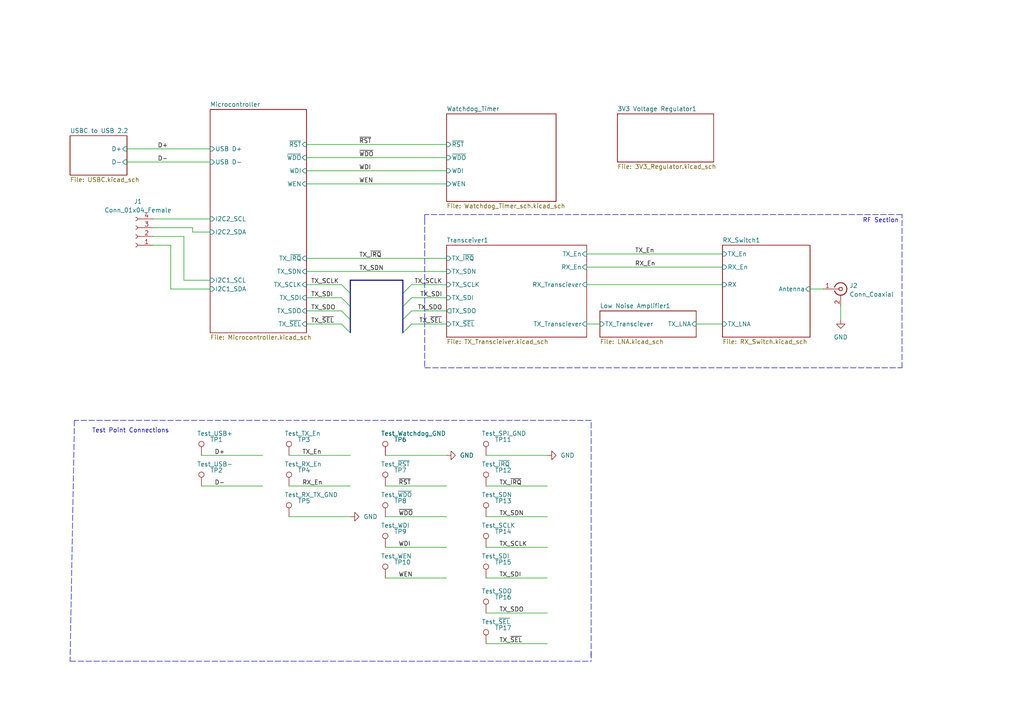
<source format=kicad_sch>
(kicad_sch (version 20211123) (generator eeschema)
  (paper "A4")
  (lib_symbols
    (symbol "Connector:Conn_01x04_Female" (pin_names (offset 1.016) hide)
      (property "Reference" "J" (at 0 5.08 0))
      (property "Value" "Conn_01x04_Female" (at 0 -7.62 0))
      (symbol "Conn_01x04_Female_1_1"
        (arc (start 0 -4.572) (mid -0.508 -5.08) (end 0 -5.588) (stroke (width 0.1524)))
        (arc (start 0 -2.032) (mid -0.508 -2.54) (end 0 -3.048) (stroke (width 0.1524)))
        (polyline (pts (xy -1.27 -5.08) (xy -0.508 -5.08)) (stroke (width 0.1524)))
        (polyline (pts (xy -1.27 -2.54) (xy -0.508 -2.54)) (stroke (width 0.1524)))
        (polyline (pts (xy -1.27 0) (xy -0.508 0)) (stroke (width 0.1524)))
        (polyline (pts (xy -1.27 2.54) (xy -0.508 2.54)) (stroke (width 0.1524)))
        (arc (start 0 0.508) (mid -0.508 0) (end 0 -0.508) (stroke (width 0.1524)))
        (arc (start 0 3.048) (mid -0.508 2.54) (end 0 2.032) (stroke (width 0.1524)))
        (pin passive line (at -5.08 2.54 0) (length 3.81) (name "Pin_1") (number "1"))
        (pin passive line (at -5.08 0 0) (length 3.81) (name "Pin_2") (number "2"))
        (pin passive line (at -5.08 -2.54 0) (length 3.81) (name "Pin_3") (number "3"))
        (pin passive line (at -5.08 -5.08 0) (length 3.81) (name "Pin_4") (number "4"))
      )
    )
    (symbol "Connector:Conn_Coaxial" (pin_names (offset 1.016) hide)
      (property "Reference" "J" (at 0.254 3.048 0))
      (property "Value" "Conn_Coaxial" (at 2.921 0 90))
      (symbol "Conn_Coaxial_0_1"
        (arc (start -1.778 -0.508) (mid 0.222 -1.808) (end 1.778 0) (stroke (width 0.254)))
        (polyline (pts (xy -2.54 0) (xy -0.508 0)))
        (polyline (pts (xy 0 -2.54) (xy 0 -1.778)))
        (circle (center 0 0) (radius 0.508) (stroke (width 0.2032)))
        (arc (start 1.778 0) (mid 0.222 1.8083) (end -1.778 0.508) (stroke (width 0.254)))
      )
      (symbol "Conn_Coaxial_1_1"
        (pin passive line (at -5.08 0 0) (length 2.54) (name "In") (number "1"))
        (pin passive line (at 0 -5.08 90) (length 2.54) (name "Ext") (number "2"))
      )
    )
    (symbol "Connector:TestPoint" (pin_numbers hide) (pin_names (offset 0.762) hide)
      (property "Reference" "TP" (at 0 6.858 0))
      (property "Value" "TestPoint" (at 0 5.08 0))
      (symbol "TestPoint_0_1"
        (circle (center 0 3.302) (radius 0.762))
      )
      (symbol "TestPoint_1_1"
        (pin passive line (at 0 0 90) (length 2.54) (name "1") (number "1"))
      )
    )
    (symbol "power:GND" (power) (pin_names (offset 0))
      (property "Value" "GND" (at 0 -3.81 0))
      (symbol "GND_0_1"
        (polyline (pts (xy 0 0) (xy 0 -1.27) (xy 1.27 -1.27) (xy 0 -2.54) (xy -1.27 -1.27) (xy 0 -1.27)))
      )
      (symbol "GND_1_1"
        (pin power_in line (at 0 0 270) (length 0) hide (name "GND") (number "1"))
      )
    )
  )
  (bus_entry (at 119.38 93.98) (size -2.54 2.54))
  (bus_entry (at 119.38 90.17) (size -2.54 2.54))
  (bus_entry (at 99.06 90.17) (size 2.54 2.54))
  (bus_entry (at 119.38 86.36) (size -2.54 2.54))
  (bus_entry (at 99.06 86.36) (size 2.54 2.54))
  (bus_entry (at 99.06 93.98) (size 2.54 2.54))
  (bus_entry (at 119.38 82.55) (size -2.54 2.54))
  (bus_entry (at 99.06 82.55) (size 2.54 2.54))
  (bus (pts (xy 116.84 92.71) (xy 116.84 88.9)))
  (wire (pts (xy 129.54 86.36) (xy 119.38 86.36)))
  (wire (pts (xy 140.97 158.75) (xy 158.75 158.75)))
  (wire (pts (xy 55.88 67.31) (xy 55.88 66.04)))
  (polyline (pts (xy 20.32 191.77) (xy 171.45 191.77)))
  (wire (pts (xy 58.42 140.97) (xy 76.2 140.97)))
  (wire (pts (xy 88.9 45.72) (xy 129.54 45.72)))
  (wire (pts (xy 49.53 83.82) (xy 49.53 71.12)))
  (bus (pts (xy 101.6 85.09) (xy 101.6 81.28)))
  (wire (pts (xy 88.9 82.55) (xy 99.06 82.55)))
  (wire (pts (xy 60.96 67.31) (xy 55.88 67.31)))
  (wire (pts (xy 111.76 158.75) (xy 129.54 158.75)))
  (wire (pts (xy 88.9 86.36) (xy 99.06 86.36)))
  (wire (pts (xy 53.34 81.28) (xy 53.34 68.58)))
  (polyline (pts (xy 261.62 106.68) (xy 261.62 62.23)))
  (polyline (pts (xy 123.19 62.23) (xy 123.19 64.77)))
  (bus (pts (xy 101.6 88.9) (xy 101.6 85.09)))
  (wire (pts (xy 60.96 83.82) (xy 49.53 83.82)))
  (wire (pts (xy 140.97 149.86) (xy 158.75 149.86)))
  (wire (pts (xy 170.18 93.98) (xy 173.99 93.98)))
  (polyline (pts (xy 171.45 190.5) (xy 171.45 121.92)))
  (wire (pts (xy 111.76 167.64) (xy 129.54 167.64)))
  (wire (pts (xy 140.97 132.08) (xy 158.75 132.08)))
  (wire (pts (xy 88.9 53.34) (xy 129.54 53.34)))
  (bus (pts (xy 101.6 96.52) (xy 101.6 92.71)))
  (wire (pts (xy 88.9 41.91) (xy 129.54 41.91)))
  (bus (pts (xy 116.84 96.52) (xy 116.84 92.71)))
  (wire (pts (xy 83.82 140.97) (xy 101.6 140.97)))
  (wire (pts (xy 111.76 140.97) (xy 129.54 140.97)))
  (wire (pts (xy 243.84 88.9) (xy 243.84 92.71)))
  (wire (pts (xy 53.34 68.58) (xy 44.45 68.58)))
  (wire (pts (xy 129.54 93.98) (xy 119.38 93.98)))
  (wire (pts (xy 140.97 177.8) (xy 158.75 177.8)))
  (wire (pts (xy 201.93 93.98) (xy 209.55 93.98)))
  (wire (pts (xy 234.95 83.82) (xy 238.76 83.82)))
  (bus (pts (xy 116.84 85.09) (xy 116.84 81.28)))
  (wire (pts (xy 88.9 78.74) (xy 129.54 78.74)))
  (wire (pts (xy 36.83 46.99) (xy 60.96 46.99)))
  (wire (pts (xy 58.42 132.08) (xy 76.2 132.08)))
  (wire (pts (xy 88.9 93.98) (xy 99.06 93.98)))
  (wire (pts (xy 140.97 167.64) (xy 158.75 167.64)))
  (wire (pts (xy 140.97 186.69) (xy 158.75 186.69)))
  (wire (pts (xy 88.9 49.53) (xy 129.54 49.53)))
  (wire (pts (xy 55.88 66.04) (xy 44.45 66.04)))
  (wire (pts (xy 49.53 71.12) (xy 44.45 71.12)))
  (wire (pts (xy 60.96 81.28) (xy 53.34 81.28)))
  (wire (pts (xy 44.45 63.5) (xy 60.96 63.5)))
  (wire (pts (xy 83.82 132.08) (xy 101.6 132.08)))
  (wire (pts (xy 129.54 90.17) (xy 119.38 90.17)))
  (wire (pts (xy 129.54 82.55) (xy 119.38 82.55)))
  (wire (pts (xy 111.76 132.08) (xy 129.54 132.08)))
  (polyline (pts (xy 123.19 106.68) (xy 261.62 106.68)))
  (wire (pts (xy 36.83 43.18) (xy 60.96 43.18)))
  (polyline (pts (xy 171.45 121.92) (xy 21.59 121.92)))
  (bus (pts (xy 101.6 81.28) (xy 116.84 81.28)))
  (wire (pts (xy 170.18 73.66) (xy 209.55 73.66)))
  (wire (pts (xy 88.9 90.17) (xy 99.06 90.17)))
  (polyline (pts (xy 261.62 62.23) (xy 123.19 62.23)))
  (wire (pts (xy 88.9 74.93) (xy 129.54 74.93)))
  (wire (pts (xy 140.97 140.97) (xy 158.75 140.97)))
  (bus (pts (xy 101.6 92.71) (xy 101.6 88.9)))
  (wire (pts (xy 83.82 149.86) (xy 101.6 149.86)))
  (polyline (pts (xy 123.19 63.5) (xy 123.19 106.68)))
  (wire (pts (xy 111.76 149.86) (xy 129.54 149.86)))
  (wire (pts (xy 170.18 82.55) (xy 209.55 82.55)))
  (polyline (pts (xy 171.45 189.23) (xy 171.45 191.77)))
  (polyline (pts (xy 21.59 121.92) (xy 20.32 191.77)))
  (wire (pts (xy 170.18 77.47) (xy 209.55 77.47)))
  (bus (pts (xy 116.84 88.9) (xy 116.84 85.09)))
  (text "Test Point Connections\n" (at 26.67 125.73 0) (effects (font (size 1.27 1.27)) (justify left bottom)))
  (text "RF Section\n" (at 250.19 64.77 0) (effects (font (size 1.27 1.27)) (justify left bottom)))
  (label "D-" (at 62.23 140.97 0))
  (label "WDI" (at 115.57 158.75 0))
  (label "D+" (at 62.23 132.08 0))
  (label "TX_En" (at 184.15 73.66 0))
  (label "TX_SDO" (at 90.17 90.17 0))
  (label "TX_SDN" (at 144.78 149.86 0))
  (label "~{WDO}" (at 115.57 149.86 0))
  (label "WEN" (at 104.14 53.34 0))
  (label "~{WDO}" (at 104.14 45.72 0))
  (label "WDI" (at 104.14 49.53 0))
  (label "TX_SCLK" (at 144.78 158.75 0))
  (label "TX_SDI" (at 128.27 86.36 180))
  (label "TX_~{IRQ}" (at 144.78 140.97 0))
  (label "TX_SDI" (at 144.78 167.64 0))
  (label "TX_SDO" (at 128.27 90.17 180))
  (label "~{RST}" (at 104.14 41.91 0))
  (label "TX_SDI" (at 90.17 86.36 0))
  (label "TX_SDN" (at 104.14 78.74 0))
  (label "RX_En" (at 184.15 77.47 0))
  (label "D+" (at 45.72 43.18 0))
  (label "D-" (at 45.72 46.99 0))
  (label "TX_~{SEL}" (at 128.27 93.98 180))
  (label "TX_~{IRQ}" (at 104.14 74.93 0))
  (label "TX_~{SEL}" (at 144.78 186.69 0))
  (label "TX_SCLK" (at 128.27 82.55 180))
  (label "TX_SCLK" (at 90.17 82.55 0))
  (label "RX_En" (at 87.63 140.97 0))
  (label "TX_En" (at 87.63 132.08 0))
  (label "~{RST}" (at 115.57 140.97 0))
  (label "TX_~{SEL}" (at 90.17 93.98 0))
  (label "WEN" (at 115.57 167.64 0))
  (label "TX_SDO" (at 144.78 177.8 0))
  (symbol (lib_id "power:GND") (at 243.84 92.71 0) (unit 1)
    (property "Reference" "#PWR0103" (effects hide))
    (property "Value" "GND" (at 243.84 97.79 0))
  )
  (symbol (lib_id "power:GND") (at 158.75 132.08 90) (unit 1)
    (property "Reference" "#PWR0101" (effects hide))
    (property "Value" "GND" (at 162.56 132.0799 90) (effects (justify right)))
  )
  (symbol (lib_id "Connector:TestPoint") (at 111.76 140.97 0) (unit 1)
    (property "Reference" "TP7" (at 114.3 136.3979 0) (effects (justify left)))
    (property "Value" "Test_~{RST}" (at 110.49 134.62 0) (effects (justify left)))
    (property "Footprint" "TestPoint:TestPoint_Pad_D2.5mm" (effects hide))
  )
  (symbol (lib_id "Connector:TestPoint") (at 83.82 132.08 0) (unit 1)
    (property "Reference" "TP3" (at 86.36 127.5079 0) (effects (justify left)))
    (property "Value" "Test_TX_En" (at 82.55 125.73 0) (effects (justify left)))
    (property "Footprint" "TestPoint:TestPoint_Pad_D2.5mm" (effects hide))
  )
  (symbol (lib_id "Connector:Conn_Coaxial") (at 243.84 83.82 0) (unit 1)
    (property "Reference" "J2" (at 246.38 82.8431 0) (effects (justify left)))
    (property "Value" "Conn_Coaxial" (at 246.38 85.3831 0) (effects (justify left)))
    (property "Footprint" "Connector_Coaxial:SMA_Amphenol_132134_Vertical" (effects hide))
    (property "Datasheet" " ~" (effects hide))
  )
  (symbol (lib_id "Connector:TestPoint") (at 83.82 149.86 0) (unit 1)
    (property "Reference" "TP5" (at 86.36 145.2879 0) (effects (justify left)))
    (property "Value" "Test_RX_TX_GND" (at 82.55 143.51 0) (effects (justify left)))
    (property "Footprint" "TestPoint:TestPoint_Pad_D2.5mm" (effects hide))
  )
  (symbol (lib_id "Connector:TestPoint") (at 111.76 158.75 0) (unit 1)
    (property "Reference" "TP9" (at 114.3 154.1779 0) (effects (justify left)))
    (property "Value" "Test_WDI" (at 110.49 152.4 0) (effects (justify left)))
    (property "Footprint" "TestPoint:TestPoint_Pad_D2.5mm" (effects hide))
  )
  (symbol (lib_id "Connector:TestPoint") (at 58.42 140.97 0) (unit 1)
    (property "Reference" "TP2" (at 60.96 136.3979 0) (effects (justify left)))
    (property "Value" "Test_USB-" (at 57.15 134.62 0) (effects (justify left)))
    (property "Footprint" "TestPoint:TestPoint_Pad_D2.5mm" (effects hide))
  )
  (symbol (lib_id "Connector:TestPoint") (at 140.97 186.69 0) (unit 1)
    (property "Reference" "TP17" (at 143.51 182.1179 0) (effects (justify left)))
    (property "Value" "Test_~{SEL}" (at 139.7 180.34 0) (effects (justify left)))
    (property "Footprint" "TestPoint:TestPoint_Pad_D2.5mm" (effects hide))
  )
  (symbol (lib_id "Connector:TestPoint") (at 140.97 149.86 0) (unit 1)
    (property "Reference" "TP13" (at 143.51 145.2879 0) (effects (justify left)))
    (property "Value" "Test_SDN" (at 139.7 143.51 0) (effects (justify left)))
    (property "Footprint" "TestPoint:TestPoint_Pad_D2.5mm" (effects hide))
  )
  (symbol (lib_id "Connector:TestPoint") (at 140.97 177.8 0) (unit 1)
    (property "Reference" "TP16" (at 143.51 173.2279 0) (effects (justify left)))
    (property "Value" "Test_SDO" (at 139.7 171.45 0) (effects (justify left)))
    (property "Footprint" "TestPoint:TestPoint_Pad_D2.5mm" (effects hide))
  )
  (symbol (lib_id "Connector:TestPoint") (at 140.97 167.64 0) (unit 1)
    (property "Reference" "TP15" (at 143.51 163.0679 0) (effects (justify left)))
    (property "Value" "Test_SDI" (at 139.7 161.29 0) (effects (justify left)))
    (property "Footprint" "TestPoint:TestPoint_Pad_D2.5mm" (effects hide))
  )
  (symbol (lib_id "Connector:TestPoint") (at 58.42 132.08 0) (unit 1)
    (property "Reference" "TP1" (at 60.96 127.5079 0) (effects (justify left)))
    (property "Value" "Test_USB+" (at 57.15 125.73 0) (effects (justify left)))
    (property "Footprint" "TestPoint:TestPoint_Pad_D2.5mm" (effects hide))
  )
  (symbol (lib_id "Connector:TestPoint") (at 111.76 149.86 0) (unit 1)
    (property "Reference" "TP8" (at 114.3 145.2879 0) (effects (justify left)))
    (property "Value" "Test_~{WDO}" (at 110.49 143.51 0) (effects (justify left)))
    (property "Footprint" "TestPoint:TestPoint_Pad_D2.5mm" (effects hide))
  )
  (symbol (lib_id "power:GND") (at 101.6 149.86 90) (unit 1)
    (property "Reference" "#PWR0104" (effects hide))
    (property "Value" "GND" (at 105.41 149.8599 90) (effects (justify right)))
  )
  (symbol (lib_id "power:GND") (at 129.54 132.08 90) (unit 1)
    (property "Reference" "#PWR0102" (effects hide))
    (property "Value" "GND" (at 133.35 132.0799 90) (effects (justify right)))
  )
  (symbol (lib_id "Connector:TestPoint") (at 140.97 132.08 0) (unit 1)
    (property "Reference" "TP11" (at 143.51 127.5079 0) (effects (justify left)))
    (property "Value" "Test_SPI_GND" (at 139.7 125.73 0) (effects (justify left)))
    (property "Footprint" "TestPoint:TestPoint_Pad_D2.5mm" (effects hide))
  )
  (symbol (lib_id "Connector:TestPoint") (at 140.97 140.97 0) (unit 1)
    (property "Reference" "TP12" (at 143.51 136.3979 0) (effects (justify left)))
    (property "Value" "Test_~{IRQ}" (at 139.7 134.62 0) (effects (justify left)))
    (property "Footprint" "TestPoint:TestPoint_Pad_D2.5mm" (effects hide))
  )
  (symbol (lib_id "Connector:TestPoint") (at 111.76 132.08 0) (unit 1)
    (property "Reference" "TP6" (at 114.3 127.5079 0) (effects (justify left)))
    (property "Value" "Test_Watchdog_GND" (at 110.49 125.73 0) (effects (justify left)))
    (property "Footprint" "TestPoint:TestPoint_Pad_D2.5mm" (effects hide))
  )
  (symbol (lib_id "Connector:TestPoint") (at 83.82 140.97 0) (unit 1)
    (property "Reference" "TP4" (at 86.36 136.3979 0) (effects (justify left)))
    (property "Value" "Test_RX_En" (at 82.55 134.62 0) (effects (justify left)))
    (property "Footprint" "TestPoint:TestPoint_Pad_D2.5mm" (effects hide))
  )
  (symbol (lib_id "Connector:TestPoint") (at 140.97 158.75 0) (unit 1)
    (property "Reference" "TP14" (at 143.51 154.1779 0) (effects (justify left)))
    (property "Value" "Test_SCLK" (at 139.7 152.4 0) (effects (justify left)))
    (property "Footprint" "TestPoint:TestPoint_Pad_D2.5mm" (effects hide))
  )
  (symbol (lib_id "Connector:TestPoint") (at 111.76 167.64 0) (unit 1)
    (property "Reference" "TP10" (at 114.3 163.0679 0) (effects (justify left)))
    (property "Value" "Test_WEN" (at 110.49 161.29 0) (effects (justify left)))
    (property "Footprint" "TestPoint:TestPoint_Pad_D2.5mm" (effects hide))
  )
  (symbol (lib_id "Connector:Conn_01x04_Female") (at 39.37 68.58 180) (unit 1)
    (property "Reference" "J1" (at 40.005 58.42 0))
    (property "Value" "Conn_01x04_Female" (at 40.005 60.96 0))
    (property "Footprint" "Connector_PinHeader_2.54mm:PinHeader_1x04_P2.54mm_Vertical" (effects hide))
  )
  (sheet (at 129.54 71.12) (size 40.64 26.67) (stroke (width 0.1524))
    (property "Sheet name" "Transceiver1" (at 129.54 70.4084 0) (effects (justify left bottom)))
    (property "Sheet file" "TX_Transcieiver.kicad_sch" (at 129.54 98.3746 0) (effects (justify left top)))
    (pin "TX_SDN" input (at 129.54 78.74 180))
    (pin "TX_SCLK" input (at 129.54 82.55 180))
    (pin "TX_SDI" input (at 129.54 86.36 180))
    (pin "TX_SDO" output (at 129.54 90.17 180))
    (pin "TX_~{SEL}" input (at 129.54 93.98 180))
    (pin "TX_~{IRQ}" input (at 129.54 74.93 180))
    (pin "RX_En" input (at 170.18 77.47 0))
    (pin "TX_En" input (at 170.18 73.66 0))
    (pin "TX_Transciever" input (at 170.18 93.98 0))
    (pin "RX_Transciever" input (at 170.18 82.55 0))
  )
  (sheet (at 209.55 71.12) (size 25.4 26.67) (stroke (width 0.1524))
    (property "Sheet name" "RX_Switch1" (at 209.55 70.4084 0) (effects (justify left bottom)))
    (property "Sheet file" "RX_Switch.kicad_sch" (at 209.55 98.3746 0) (effects (justify left top)))
    (pin "RX" input (at 209.55 82.55 180))
    (pin "TX_LNA" input (at 209.55 93.98 180))
    (pin "RX_En" input (at 209.55 77.47 180))
    (pin "TX_En" input (at 209.55 73.66 180))
    (pin "Antenna" input (at 234.95 83.82 0))
  )
  (sheet (at 20.32 39.37) (size 16.51 11.43) (stroke (width 0.1524))
    (property "Sheet name" "USBC to USB 2.2" (at 20.32 38.6584 0) (effects (justify left bottom)))
    (property "Sheet file" "USBC.kicad_sch" (at 20.32 51.3846 0) (effects (justify left top)))
    (pin "D+" input (at 36.83 43.18 0))
    (pin "D-" input (at 36.83 46.99 0))
  )
  (sheet (at 179.07 33.02) (size 27.94 13.97) (stroke (width 0.1524))
    (property "Sheet name" "3V3 Voltage Regulator1" (at 179.07 32.3084 0) (effects (justify left bottom)))
    (property "Sheet file" "3V3_Regulator.kicad_sch" (at 179.07 47.5746 0) (effects (justify left top)))
  )
  (sheet (at 173.99 90.17) (size 27.94 7.62) (stroke (width 0.1524))
    (property "Sheet name" "Low Noise Amplifier1" (at 173.99 89.4584 0) (effects (justify left bottom)))
    (property "Sheet file" "LNA.kicad_sch" (at 173.99 98.3746 0) (effects (justify left top)))
    (pin "TX_Transciever" input (at 173.99 93.98 180))
    (pin "TX_LNA" input (at 201.93 93.98 0))
  )
  (sheet (at 60.96 31.75) (size 27.94 64.77) (stroke (width 0.1524))
    (property "Sheet name" "Microcontroller" (at 60.96 31.0384 0) (effects (justify left bottom)))
    (property "Sheet file" "Microcontroller.kicad_sch" (at 60.96 97.1046 0) (effects (justify left top)))
    (pin "USB D-" input (at 60.96 46.99 180))
    (pin "USB D+" input (at 60.96 43.18 180))
    (pin "I2C2_SCL" input (at 60.96 63.5 180))
    (pin "I2C2_SDA" input (at 60.96 67.31 180))
    (pin "I2C1_SCL" input (at 60.96 81.28 180))
    (pin "I2C1_SDA" input (at 60.96 83.82 180))
    (pin "TX_SDI" input (at 88.9 86.36 0))
    (pin "TX_SDO" input (at 88.9 90.17 0))
    (pin "TX_SCLK" input (at 88.9 82.55 0))
    (pin "TX_~{SEL}" input (at 88.9 93.98 0))
    (pin "~{RST}" input (at 88.9 41.91 0))
    (pin "~{WDO}" input (at 88.9 45.72 0))
    (pin "WDI" input (at 88.9 49.53 0))
    (pin "WEN" input (at 88.9 53.34 0))
    (pin "TX_SDN" input (at 88.9 78.74 0))
    (pin "TX_~{IRQ}" input (at 88.9 74.93 0))
  )
  (sheet (at 129.54 33.02) (size 31.75 25.4) (stroke (width 0.1524))
    (property "Sheet name" "Watchdog_Timer" (at 129.54 32.3084 0) (effects (justify left bottom)))
    (property "Sheet file" "Watchdog_Timer_sch.kicad_sch" (at 129.54 59.0046 0) (effects (justify left top)))
    (pin "~{RST}" input (at 129.54 41.91 180))
    (pin "~{WDO}" input (at 129.54 45.72 180))
    (pin "WDI" input (at 129.54 49.53 180))
    (pin "WEN" input (at 129.54 53.34 180))
  )
)
</source>
